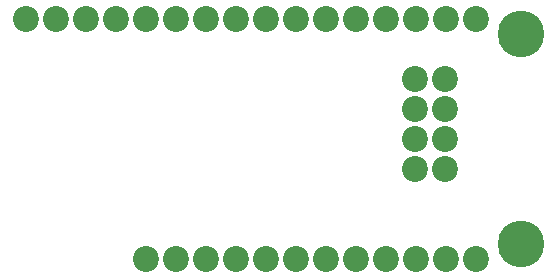
<source format=gbr>
G04 #@! TF.FileFunction,Soldermask,Bot*
%FSLAX46Y46*%
G04 Gerber Fmt 4.6, Leading zero omitted, Abs format (unit mm)*
G04 Created by KiCad (PCBNEW 4.0.7) date 2018 March 18, Sunday 16:32:36*
%MOMM*%
%LPD*%
G01*
G04 APERTURE LIST*
%ADD10C,0.150000*%
%ADD11C,2.200000*%
%ADD12C,3.956000*%
G04 APERTURE END LIST*
D10*
D11*
X129667000Y-93980000D03*
X132207000Y-93980000D03*
X134747000Y-93980000D03*
X137287000Y-93980000D03*
X139827000Y-93980000D03*
X142367000Y-93980000D03*
X144907000Y-93980000D03*
X147447000Y-93980000D03*
X149987000Y-93980000D03*
X152527000Y-93980000D03*
X155067000Y-93980000D03*
X157607000Y-93980000D03*
X160147000Y-93980000D03*
X162687000Y-93980000D03*
X165227000Y-93980000D03*
X167767000Y-93980000D03*
X167767000Y-114300000D03*
X165227000Y-114300000D03*
X162687000Y-114300000D03*
X160147000Y-114300000D03*
X157607000Y-114300000D03*
X155067000Y-114300000D03*
X152527000Y-114300000D03*
X149987000Y-114300000D03*
X147447000Y-114300000D03*
X144907000Y-114300000D03*
X142367000Y-114300000D03*
X139827000Y-114300000D03*
D12*
X171577000Y-113030000D03*
X171577000Y-95250000D03*
D11*
X162560000Y-99060000D03*
X165100000Y-99060000D03*
X162560000Y-101600000D03*
X165100000Y-101600000D03*
X162560000Y-104140000D03*
X165100000Y-104140000D03*
X162560000Y-106680000D03*
X165100000Y-106680000D03*
M02*

</source>
